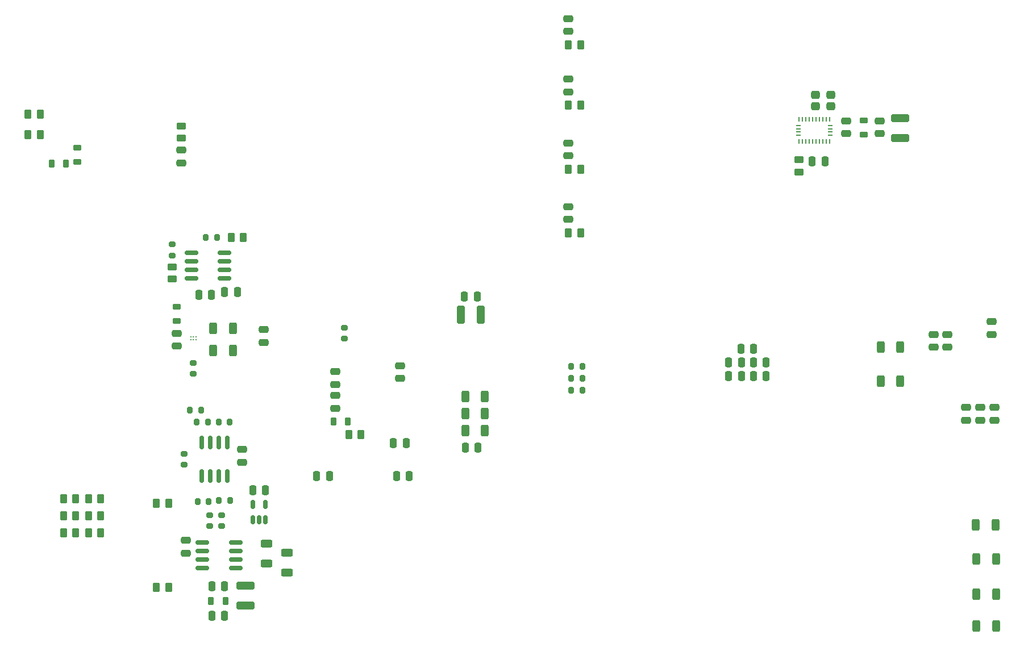
<source format=gbp>
G04 #@! TF.GenerationSoftware,KiCad,Pcbnew,8.0.4*
G04 #@! TF.CreationDate,2024-09-23T19:32:32+09:00*
G04 #@! TF.ProjectId,Solid Rocket Motor Test Station ver 2.0,536f6c69-6420-4526-9f63-6b6574204d6f,2.0*
G04 #@! TF.SameCoordinates,Original*
G04 #@! TF.FileFunction,Paste,Bot*
G04 #@! TF.FilePolarity,Positive*
%FSLAX46Y46*%
G04 Gerber Fmt 4.6, Leading zero omitted, Abs format (unit mm)*
G04 Created by KiCad (PCBNEW 8.0.4) date 2024-09-23 19:32:32*
%MOMM*%
%LPD*%
G01*
G04 APERTURE LIST*
G04 Aperture macros list*
%AMRoundRect*
0 Rectangle with rounded corners*
0 $1 Rounding radius*
0 $2 $3 $4 $5 $6 $7 $8 $9 X,Y pos of 4 corners*
0 Add a 4 corners polygon primitive as box body*
4,1,4,$2,$3,$4,$5,$6,$7,$8,$9,$2,$3,0*
0 Add four circle primitives for the rounded corners*
1,1,$1+$1,$2,$3*
1,1,$1+$1,$4,$5*
1,1,$1+$1,$6,$7*
1,1,$1+$1,$8,$9*
0 Add four rect primitives between the rounded corners*
20,1,$1+$1,$2,$3,$4,$5,0*
20,1,$1+$1,$4,$5,$6,$7,0*
20,1,$1+$1,$6,$7,$8,$9,0*
20,1,$1+$1,$8,$9,$2,$3,0*%
G04 Aperture macros list end*
%ADD10RoundRect,0.250000X0.250000X0.475000X-0.250000X0.475000X-0.250000X-0.475000X0.250000X-0.475000X0*%
%ADD11RoundRect,0.250000X0.312500X0.625000X-0.312500X0.625000X-0.312500X-0.625000X0.312500X-0.625000X0*%
%ADD12RoundRect,0.250000X-0.475000X0.250000X-0.475000X-0.250000X0.475000X-0.250000X0.475000X0.250000X0*%
%ADD13RoundRect,0.150000X0.150000X-0.825000X0.150000X0.825000X-0.150000X0.825000X-0.150000X-0.825000X0*%
%ADD14RoundRect,0.200000X-0.200000X-0.275000X0.200000X-0.275000X0.200000X0.275000X-0.200000X0.275000X0*%
%ADD15RoundRect,0.218750X-0.381250X0.218750X-0.381250X-0.218750X0.381250X-0.218750X0.381250X0.218750X0*%
%ADD16RoundRect,0.250000X0.475000X-0.250000X0.475000X0.250000X-0.475000X0.250000X-0.475000X-0.250000X0*%
%ADD17RoundRect,0.250000X-0.262500X-0.450000X0.262500X-0.450000X0.262500X0.450000X-0.262500X0.450000X0*%
%ADD18RoundRect,0.250000X-0.625000X0.312500X-0.625000X-0.312500X0.625000X-0.312500X0.625000X0.312500X0*%
%ADD19RoundRect,0.218750X-0.218750X-0.381250X0.218750X-0.381250X0.218750X0.381250X-0.218750X0.381250X0*%
%ADD20C,0.250000*%
%ADD21RoundRect,0.200000X-0.275000X0.200000X-0.275000X-0.200000X0.275000X-0.200000X0.275000X0.200000X0*%
%ADD22RoundRect,0.250000X0.262500X0.450000X-0.262500X0.450000X-0.262500X-0.450000X0.262500X-0.450000X0*%
%ADD23RoundRect,0.200000X0.275000X-0.200000X0.275000X0.200000X-0.275000X0.200000X-0.275000X-0.200000X0*%
%ADD24RoundRect,0.250000X-0.250000X-0.475000X0.250000X-0.475000X0.250000X0.475000X-0.250000X0.475000X0*%
%ADD25RoundRect,0.250000X-0.325000X-1.100000X0.325000X-1.100000X0.325000X1.100000X-0.325000X1.100000X0*%
%ADD26R,0.254000X0.675000*%
%ADD27R,0.675000X0.254000*%
%ADD28RoundRect,0.250000X-1.100000X0.325000X-1.100000X-0.325000X1.100000X-0.325000X1.100000X0.325000X0*%
%ADD29RoundRect,0.300000X-0.350000X-0.300000X0.350000X-0.300000X0.350000X0.300000X-0.350000X0.300000X0*%
%ADD30RoundRect,0.150000X0.825000X0.150000X-0.825000X0.150000X-0.825000X-0.150000X0.825000X-0.150000X0*%
%ADD31RoundRect,0.218750X0.381250X-0.218750X0.381250X0.218750X-0.381250X0.218750X-0.381250X-0.218750X0*%
%ADD32RoundRect,0.250000X0.450000X-0.262500X0.450000X0.262500X-0.450000X0.262500X-0.450000X-0.262500X0*%
%ADD33RoundRect,0.250000X1.100000X-0.325000X1.100000X0.325000X-1.100000X0.325000X-1.100000X-0.325000X0*%
%ADD34RoundRect,0.150000X-0.825000X-0.150000X0.825000X-0.150000X0.825000X0.150000X-0.825000X0.150000X0*%
%ADD35RoundRect,0.250000X-0.450000X0.262500X-0.450000X-0.262500X0.450000X-0.262500X0.450000X0.262500X0*%
%ADD36RoundRect,0.150000X0.150000X-0.512500X0.150000X0.512500X-0.150000X0.512500X-0.150000X-0.512500X0*%
G04 APERTURE END LIST*
D10*
X120647800Y-99256000D03*
X118747800Y-99256000D03*
D11*
X119972800Y-108016000D03*
X117047800Y-108016000D03*
D10*
X134347800Y-126706000D03*
X132447800Y-126706000D03*
D12*
X229191800Y-116496000D03*
X229191800Y-118396000D03*
D13*
X119178800Y-126689000D03*
X117908800Y-126689000D03*
X116638800Y-126689000D03*
X115368800Y-126689000D03*
X115368800Y-121739000D03*
X116638800Y-121739000D03*
X117908800Y-121739000D03*
X119178800Y-121739000D03*
D12*
X224374800Y-105620000D03*
X224374800Y-107520000D03*
D14*
X114607800Y-118688000D03*
X116257800Y-118688000D03*
D15*
X213971200Y-73685000D03*
X213971200Y-75810000D03*
D16*
X124537000Y-106802800D03*
X124537000Y-104902800D03*
D17*
X98477800Y-130056000D03*
X100302800Y-130056000D03*
D18*
X128075598Y-138176000D03*
X128075598Y-141101000D03*
D19*
X92981000Y-80120000D03*
X95106000Y-80120000D03*
D20*
X113703500Y-106400700D03*
X114103500Y-106400700D03*
X114503500Y-106400700D03*
X113703500Y-106000700D03*
X114103500Y-106000700D03*
X114503500Y-106000700D03*
D21*
X136555800Y-104569500D03*
X136555800Y-106219500D03*
D22*
X171772800Y-71456000D03*
X169947800Y-71456000D03*
D12*
X233010800Y-103710000D03*
X233010800Y-105610000D03*
D11*
X157532800Y-114816000D03*
X154607800Y-114816000D03*
D23*
X112701800Y-125038000D03*
X112701800Y-123388000D03*
X116511800Y-134182000D03*
X116511800Y-132532000D03*
X118289800Y-134182000D03*
X118289800Y-132532000D03*
D16*
X135237800Y-116604000D03*
X135237800Y-114704000D03*
D22*
X91250000Y-72752000D03*
X89425000Y-72752000D03*
X91250000Y-75800000D03*
X89425000Y-75800000D03*
X171772800Y-90456000D03*
X169947800Y-90456000D03*
D12*
X231311800Y-116496000D03*
X231311800Y-118396000D03*
D11*
X219422300Y-112605000D03*
X216497300Y-112605000D03*
D10*
X118763000Y-147499600D03*
X116863000Y-147499600D03*
D12*
X169947800Y-67556000D03*
X169947800Y-69456000D03*
D22*
X110422798Y-143301000D03*
X108597798Y-143301000D03*
D11*
X119972800Y-104726000D03*
X117047800Y-104726000D03*
D14*
X113591800Y-116848000D03*
X115241800Y-116848000D03*
D16*
X121337800Y-124656000D03*
X121337800Y-122756000D03*
D10*
X116777800Y-99716000D03*
X114877800Y-99716000D03*
D24*
X116823000Y-143139600D03*
X118723000Y-143139600D03*
D23*
X114073400Y-111475400D03*
X114073400Y-109825400D03*
D17*
X94747800Y-135136000D03*
X96572800Y-135136000D03*
D12*
X135237800Y-111148000D03*
X135237800Y-113048000D03*
D25*
X153972800Y-102696000D03*
X156922800Y-102696000D03*
D26*
X208851200Y-73524800D03*
D27*
X208988700Y-74437300D03*
X208988700Y-74937300D03*
X208988700Y-75437300D03*
X208988700Y-75937300D03*
D26*
X208851200Y-76849800D03*
X208351200Y-76849800D03*
X207851200Y-76849800D03*
X207351200Y-76849800D03*
X206851200Y-76849800D03*
X206351200Y-76849800D03*
X205851200Y-76849800D03*
X205351200Y-76849800D03*
X204851200Y-76849800D03*
X204351200Y-76849800D03*
D27*
X204213700Y-75937300D03*
X204213700Y-75437300D03*
X204213700Y-74937300D03*
X204213700Y-74437300D03*
D26*
X204351200Y-73524800D03*
X204851200Y-73524800D03*
X205351200Y-73524800D03*
X205851200Y-73524800D03*
X206351200Y-73524800D03*
X206851200Y-73524800D03*
X207351200Y-73524800D03*
X207851200Y-73524800D03*
X208351200Y-73524800D03*
D16*
X216308000Y-75666200D03*
X216308000Y-73766200D03*
D10*
X156392800Y-99936000D03*
X154492800Y-99936000D03*
D24*
X193848600Y-111797200D03*
X195748600Y-111797200D03*
D23*
X110947800Y-93856000D03*
X110947800Y-92206000D03*
D17*
X119722800Y-91156000D03*
X121547800Y-91156000D03*
D14*
X114733800Y-130499000D03*
X116383800Y-130499000D03*
D28*
X219356000Y-73376600D03*
X219356000Y-76326600D03*
D14*
X117846800Y-118688000D03*
X119496800Y-118688000D03*
D17*
X98477800Y-132596000D03*
X100302800Y-132596000D03*
D10*
X146249600Y-126679000D03*
X144349600Y-126679000D03*
D11*
X157536800Y-119896000D03*
X154611800Y-119896000D03*
D24*
X193848600Y-109765200D03*
X195748600Y-109765200D03*
D14*
X115947800Y-91156000D03*
X117597800Y-91156000D03*
D12*
X112285000Y-78123800D03*
X112285000Y-80023800D03*
D10*
X145773800Y-121816000D03*
X143873800Y-121816000D03*
D17*
X98456200Y-135136000D03*
X100281200Y-135136000D03*
D29*
X206743600Y-69925800D03*
X209043600Y-69925800D03*
X209043600Y-71625800D03*
X206743600Y-71625800D03*
D12*
X169947800Y-77056000D03*
X169947800Y-78956000D03*
D24*
X122927800Y-128786000D03*
X124827800Y-128786000D03*
D16*
X112922798Y-138206000D03*
X112922798Y-136306000D03*
D30*
X120397800Y-136646000D03*
X120397800Y-137916000D03*
X120397800Y-139186000D03*
X120397800Y-140456000D03*
X115447800Y-140456000D03*
X115447800Y-139186000D03*
X115447800Y-137916000D03*
X115447800Y-136646000D03*
D18*
X125025598Y-136801000D03*
X125025598Y-139726000D03*
D11*
X233666800Y-149021000D03*
X230741800Y-149021000D03*
D12*
X111627800Y-105456000D03*
X111627800Y-107356000D03*
D31*
X96791000Y-79866000D03*
X96791000Y-77741000D03*
D32*
X112285000Y-76364300D03*
X112285000Y-74539300D03*
D33*
X121813000Y-146039200D03*
X121813000Y-143089200D03*
D34*
X113787800Y-97206000D03*
X113787800Y-95936000D03*
X113787800Y-94666000D03*
X113787800Y-93396000D03*
X118737800Y-93396000D03*
X118737800Y-94666000D03*
X118737800Y-95936000D03*
X118737800Y-97206000D03*
D14*
X170372800Y-113906000D03*
X172022800Y-113906000D03*
D11*
X219422300Y-107525000D03*
X216497300Y-107525000D03*
X233664300Y-144281000D03*
X230739300Y-144281000D03*
D22*
X171772800Y-62456000D03*
X169947800Y-62456000D03*
D35*
X204327800Y-79556000D03*
X204327800Y-81381000D03*
D19*
X134950600Y-118576000D03*
X137075600Y-118576000D03*
D17*
X108597798Y-130801000D03*
X110422798Y-130801000D03*
D32*
X110947800Y-97368500D03*
X110947800Y-95543500D03*
D24*
X197526600Y-111797200D03*
X199426600Y-111797200D03*
D12*
X169947800Y-58556000D03*
X169947800Y-60456000D03*
D17*
X94747800Y-130056000D03*
X96572800Y-130056000D03*
D16*
X211329600Y-75666200D03*
X211329600Y-73766200D03*
D12*
X226406800Y-105620000D03*
X226406800Y-107520000D03*
D15*
X111607800Y-101436000D03*
X111607800Y-103561000D03*
D12*
X144889800Y-110264000D03*
X144889800Y-112164000D03*
D17*
X94747800Y-132596000D03*
X96572800Y-132596000D03*
D12*
X233411800Y-116496000D03*
X233411800Y-118396000D03*
D14*
X170372800Y-112156000D03*
X172022800Y-112156000D03*
D11*
X233616800Y-133991000D03*
X230691800Y-133991000D03*
D22*
X171772800Y-80956000D03*
X169947800Y-80956000D03*
D14*
X170372800Y-110406000D03*
X172022800Y-110406000D03*
D12*
X169947800Y-86556000D03*
X169947800Y-88456000D03*
D11*
X157536800Y-117356000D03*
X154611800Y-117356000D03*
D24*
X154611800Y-122436000D03*
X156511800Y-122436000D03*
X206298600Y-79800800D03*
X208198600Y-79800800D03*
D14*
X117909800Y-130372000D03*
X119559800Y-130372000D03*
D22*
X139047800Y-120546000D03*
X137222800Y-120546000D03*
D36*
X124827800Y-133225500D03*
X123877800Y-133225500D03*
X122927800Y-133225500D03*
X122927800Y-130950500D03*
X124827800Y-130950500D03*
D19*
X116728000Y-145329600D03*
X118853000Y-145329600D03*
D10*
X197562200Y-107733200D03*
X195662200Y-107733200D03*
D11*
X233666800Y-139041000D03*
X230741800Y-139041000D03*
D24*
X197526600Y-109765200D03*
X199426600Y-109765200D03*
M02*

</source>
